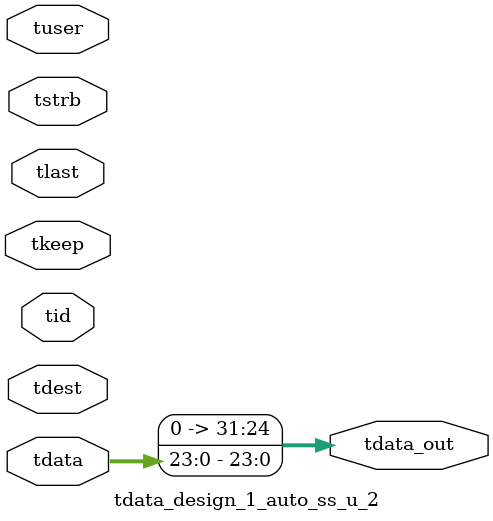
<source format=v>


`timescale 1ps/1ps

module tdata_design_1_auto_ss_u_2 #
(
parameter C_S_AXIS_TDATA_WIDTH = 32,
parameter C_S_AXIS_TUSER_WIDTH = 0,
parameter C_S_AXIS_TID_WIDTH   = 0,
parameter C_S_AXIS_TDEST_WIDTH = 0,
parameter C_M_AXIS_TDATA_WIDTH = 32
)
(
input  [(C_S_AXIS_TDATA_WIDTH == 0 ? 1 : C_S_AXIS_TDATA_WIDTH)-1:0     ] tdata,
input  [(C_S_AXIS_TUSER_WIDTH == 0 ? 1 : C_S_AXIS_TUSER_WIDTH)-1:0     ] tuser,
input  [(C_S_AXIS_TID_WIDTH   == 0 ? 1 : C_S_AXIS_TID_WIDTH)-1:0       ] tid,
input  [(C_S_AXIS_TDEST_WIDTH == 0 ? 1 : C_S_AXIS_TDEST_WIDTH)-1:0     ] tdest,
input  [(C_S_AXIS_TDATA_WIDTH/8)-1:0 ] tkeep,
input  [(C_S_AXIS_TDATA_WIDTH/8)-1:0 ] tstrb,
input                                                                    tlast,
output [C_M_AXIS_TDATA_WIDTH-1:0] tdata_out
);

assign tdata_out = {tdata[23:0]};

endmodule


</source>
